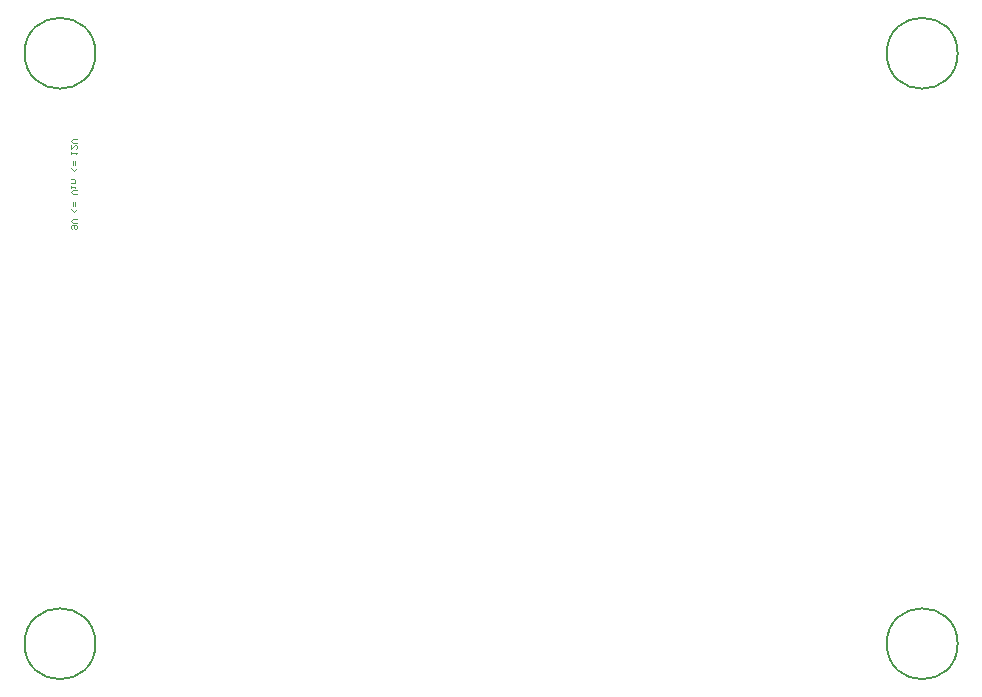
<source format=gbo>
G04*
G04 #@! TF.GenerationSoftware,Altium Limited,Altium Designer,21.6.4 (81)*
G04*
G04 Layer_Color=32896*
%FSLAX44Y44*%
%MOMM*%
G71*
G04*
G04 #@! TF.SameCoordinates,DF600929-9F7D-4707-823E-D0FB3E8D8E71*
G04*
G04*
G04 #@! TF.FilePolarity,Positive*
G04*
G01*
G75*
%ADD10C,0.2000*%
%ADD13C,0.1000*%
D10*
X790000Y30000D02*
G03*
X790000Y30000I-30000J0D01*
G01*
Y530000D02*
G03*
X790000Y530000I-30000J0D01*
G01*
X60000D02*
G03*
X60000Y530000I-30000J0D01*
G01*
Y30000D02*
G03*
X60000Y30000I-30000J0D01*
G01*
D13*
X40333Y380929D02*
X39500Y381762D01*
Y383428D01*
X40333Y384262D01*
X43665D01*
X44498Y383428D01*
Y381762D01*
X43665Y380929D01*
X42832D01*
X41999Y381762D01*
Y384262D01*
X44498Y385928D02*
X41166D01*
X39500Y387594D01*
X41166Y389260D01*
X44498D01*
X39500Y398424D02*
X41999Y395924D01*
X44498Y398424D01*
X41166Y400923D02*
Y404255D01*
X42832Y400923D02*
Y404255D01*
X44498Y410919D02*
X41166D01*
X39500Y412586D01*
X41166Y414252D01*
X44498D01*
X39500Y415918D02*
Y417584D01*
Y416751D01*
X42832D01*
Y415918D01*
X39500Y420083D02*
X42832D01*
Y422582D01*
X41999Y423415D01*
X39500D01*
Y432579D02*
X41999Y430080D01*
X44498Y432579D01*
X41166Y435078D02*
Y438410D01*
X42832Y435078D02*
Y438410D01*
X39500Y445075D02*
Y446741D01*
Y445908D01*
X44498D01*
X43665Y445075D01*
X39500Y452573D02*
Y449240D01*
X42832Y452573D01*
X43665D01*
X44498Y451740D01*
Y450073D01*
X43665Y449240D01*
X44498Y454239D02*
X41166D01*
X39500Y455905D01*
X41166Y457571D01*
X44498D01*
M02*

</source>
